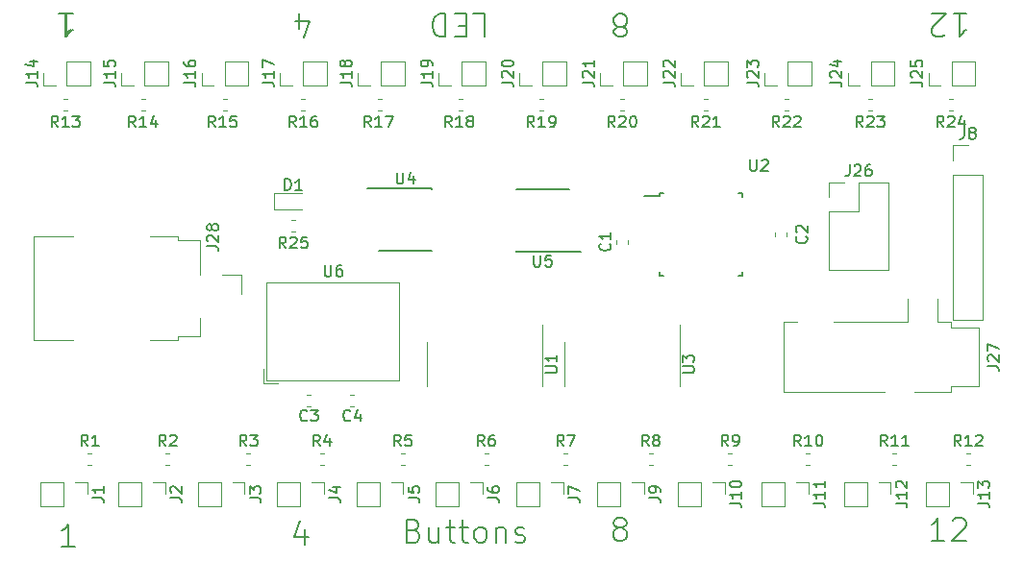
<source format=gbr>
G04 #@! TF.GenerationSoftware,KiCad,Pcbnew,5.1.5-52549c5~84~ubuntu18.04.1*
G04 #@! TF.CreationDate,2019-12-28T22:58:30-05:00*
G04 #@! TF.ProjectId,landfill_board_rev1,6c616e64-6669-46c6-9c5f-626f6172645f,rev?*
G04 #@! TF.SameCoordinates,Original*
G04 #@! TF.FileFunction,Legend,Top*
G04 #@! TF.FilePolarity,Positive*
%FSLAX46Y46*%
G04 Gerber Fmt 4.6, Leading zero omitted, Abs format (unit mm)*
G04 Created by KiCad (PCBNEW 5.1.5-52549c5~84~ubuntu18.04.1) date 2019-12-28 22:58:30*
%MOMM*%
%LPD*%
G04 APERTURE LIST*
%ADD10C,0.150000*%
%ADD11C,0.120000*%
G04 APERTURE END LIST*
D10*
X108623171Y-64144638D02*
X109766028Y-64144638D01*
X109194600Y-64144638D02*
X109194600Y-66144638D01*
X109385076Y-65858923D01*
X109575552Y-65668447D01*
X109766028Y-65573209D01*
X157873723Y-109439104D02*
X157683247Y-109343866D01*
X157588009Y-109248628D01*
X157492771Y-109058152D01*
X157492771Y-108962914D01*
X157588009Y-108772438D01*
X157683247Y-108677200D01*
X157873723Y-108581961D01*
X158254676Y-108581961D01*
X158445152Y-108677200D01*
X158540390Y-108772438D01*
X158635628Y-108962914D01*
X158635628Y-109058152D01*
X158540390Y-109248628D01*
X158445152Y-109343866D01*
X158254676Y-109439104D01*
X157873723Y-109439104D01*
X157683247Y-109534342D01*
X157588009Y-109629580D01*
X157492771Y-109820057D01*
X157492771Y-110201009D01*
X157588009Y-110391485D01*
X157683247Y-110486723D01*
X157873723Y-110581961D01*
X158254676Y-110581961D01*
X158445152Y-110486723D01*
X158540390Y-110391485D01*
X158635628Y-110201009D01*
X158635628Y-109820057D01*
X158540390Y-109629580D01*
X158445152Y-109534342D01*
X158254676Y-109439104D01*
X186613847Y-110581961D02*
X185470990Y-110581961D01*
X186042419Y-110581961D02*
X186042419Y-108581961D01*
X185851942Y-108867676D01*
X185661466Y-109058152D01*
X185470990Y-109153390D01*
X187375752Y-108772438D02*
X187470990Y-108677200D01*
X187661466Y-108581961D01*
X188137657Y-108581961D01*
X188328133Y-108677200D01*
X188423371Y-108772438D01*
X188518609Y-108962914D01*
X188518609Y-109153390D01*
X188423371Y-109439104D01*
X187280514Y-110581961D01*
X188518609Y-110581961D01*
X110045428Y-111115361D02*
X108902571Y-111115361D01*
X109474000Y-111115361D02*
X109474000Y-109115361D01*
X109283523Y-109401076D01*
X109093047Y-109591552D01*
X108902571Y-109686790D01*
X130327352Y-109604228D02*
X130327352Y-110937561D01*
X129851161Y-108842323D02*
X129374971Y-110270895D01*
X130613066Y-110270895D01*
X187426552Y-64144638D02*
X188569409Y-64144638D01*
X187997980Y-64144638D02*
X187997980Y-66144638D01*
X188188457Y-65858923D01*
X188378933Y-65668447D01*
X188569409Y-65573209D01*
X186664647Y-65954161D02*
X186569409Y-66049400D01*
X186378933Y-66144638D01*
X185902742Y-66144638D01*
X185712266Y-66049400D01*
X185617028Y-65954161D01*
X185521790Y-65763685D01*
X185521790Y-65573209D01*
X185617028Y-65287495D01*
X186759885Y-64144638D01*
X185521790Y-64144638D01*
X158280076Y-65287495D02*
X158470552Y-65382733D01*
X158565790Y-65477971D01*
X158661028Y-65668447D01*
X158661028Y-65763685D01*
X158565790Y-65954161D01*
X158470552Y-66049400D01*
X158280076Y-66144638D01*
X157899123Y-66144638D01*
X157708647Y-66049400D01*
X157613409Y-65954161D01*
X157518171Y-65763685D01*
X157518171Y-65668447D01*
X157613409Y-65477971D01*
X157708647Y-65382733D01*
X157899123Y-65287495D01*
X158280076Y-65287495D01*
X158470552Y-65192257D01*
X158565790Y-65097019D01*
X158661028Y-64906542D01*
X158661028Y-64525590D01*
X158565790Y-64335114D01*
X158470552Y-64239876D01*
X158280076Y-64144638D01*
X157899123Y-64144638D01*
X157708647Y-64239876D01*
X157613409Y-64335114D01*
X157518171Y-64525590D01*
X157518171Y-64906542D01*
X157613409Y-65097019D01*
X157708647Y-65192257D01*
X157899123Y-65287495D01*
X129768647Y-65477971D02*
X129768647Y-64144638D01*
X130244838Y-66239876D02*
X130721028Y-64811304D01*
X129482933Y-64811304D01*
X108750171Y-64144638D02*
X109893028Y-64144638D01*
X109321600Y-64144638D02*
X109321600Y-66144638D01*
X109512076Y-65858923D01*
X109702552Y-65668447D01*
X109893028Y-65573209D01*
X145151314Y-64144638D02*
X146103695Y-64144638D01*
X146103695Y-66144638D01*
X144484647Y-65192257D02*
X143817980Y-65192257D01*
X143532266Y-64144638D02*
X144484647Y-64144638D01*
X144484647Y-66144638D01*
X143532266Y-66144638D01*
X142675123Y-64144638D02*
X142675123Y-66144638D01*
X142198933Y-66144638D01*
X141913219Y-66049400D01*
X141722742Y-65858923D01*
X141627504Y-65668447D01*
X141532266Y-65287495D01*
X141532266Y-65001780D01*
X141627504Y-64620828D01*
X141722742Y-64430352D01*
X141913219Y-64239876D01*
X142198933Y-64144638D01*
X142675123Y-64144638D01*
X139900590Y-109686742D02*
X140186304Y-109781980D01*
X140281542Y-109877219D01*
X140376780Y-110067695D01*
X140376780Y-110353409D01*
X140281542Y-110543885D01*
X140186304Y-110639123D01*
X139995828Y-110734361D01*
X139233923Y-110734361D01*
X139233923Y-108734361D01*
X139900590Y-108734361D01*
X140091066Y-108829600D01*
X140186304Y-108924838D01*
X140281542Y-109115314D01*
X140281542Y-109305790D01*
X140186304Y-109496266D01*
X140091066Y-109591504D01*
X139900590Y-109686742D01*
X139233923Y-109686742D01*
X142091066Y-109401028D02*
X142091066Y-110734361D01*
X141233923Y-109401028D02*
X141233923Y-110448647D01*
X141329161Y-110639123D01*
X141519638Y-110734361D01*
X141805352Y-110734361D01*
X141995828Y-110639123D01*
X142091066Y-110543885D01*
X142757733Y-109401028D02*
X143519638Y-109401028D01*
X143043447Y-108734361D02*
X143043447Y-110448647D01*
X143138685Y-110639123D01*
X143329161Y-110734361D01*
X143519638Y-110734361D01*
X143900590Y-109401028D02*
X144662495Y-109401028D01*
X144186304Y-108734361D02*
X144186304Y-110448647D01*
X144281542Y-110639123D01*
X144472019Y-110734361D01*
X144662495Y-110734361D01*
X145614876Y-110734361D02*
X145424400Y-110639123D01*
X145329161Y-110543885D01*
X145233923Y-110353409D01*
X145233923Y-109781980D01*
X145329161Y-109591504D01*
X145424400Y-109496266D01*
X145614876Y-109401028D01*
X145900590Y-109401028D01*
X146091066Y-109496266D01*
X146186304Y-109591504D01*
X146281542Y-109781980D01*
X146281542Y-110353409D01*
X146186304Y-110543885D01*
X146091066Y-110639123D01*
X145900590Y-110734361D01*
X145614876Y-110734361D01*
X147138685Y-109401028D02*
X147138685Y-110734361D01*
X147138685Y-109591504D02*
X147233923Y-109496266D01*
X147424400Y-109401028D01*
X147710114Y-109401028D01*
X147900590Y-109496266D01*
X147995828Y-109686742D01*
X147995828Y-110734361D01*
X148852971Y-110639123D02*
X149043447Y-110734361D01*
X149424400Y-110734361D01*
X149614876Y-110639123D01*
X149710114Y-110448647D01*
X149710114Y-110353409D01*
X149614876Y-110162933D01*
X149424400Y-110067695D01*
X149138685Y-110067695D01*
X148948209Y-109972457D01*
X148852971Y-109781980D01*
X148852971Y-109686742D01*
X148948209Y-109496266D01*
X149138685Y-109401028D01*
X149424400Y-109401028D01*
X149614876Y-109496266D01*
X148931600Y-85121400D02*
X148931600Y-85021400D01*
X148906600Y-79596400D02*
X148906600Y-79621400D01*
X153556600Y-79596400D02*
X153556600Y-79621400D01*
X154631600Y-85121400D02*
X148931600Y-85121400D01*
X153556600Y-79596400D02*
X148906600Y-79596400D01*
D11*
X124724400Y-87125800D02*
X124724400Y-88865800D01*
X122984400Y-87125800D02*
X124724400Y-87125800D01*
X119084400Y-92915800D02*
X116634400Y-92915800D01*
X119084400Y-92515800D02*
X119084400Y-92915800D01*
X121084400Y-92515800D02*
X119084400Y-92515800D01*
X121084400Y-90915800D02*
X121084400Y-92515800D01*
X121084400Y-84115800D02*
X121084400Y-87115800D01*
X119084400Y-84115800D02*
X121084400Y-84115800D01*
X119084400Y-83715800D02*
X119084400Y-84115800D01*
X116634400Y-83715800D02*
X119084400Y-83715800D01*
X106384400Y-83715800D02*
X109934400Y-83715800D01*
X106384400Y-92915800D02*
X106384400Y-83715800D01*
X109934400Y-92915800D02*
X106384400Y-92915800D01*
X185223600Y-70427400D02*
X185223600Y-69367400D01*
X186283600Y-70427400D02*
X185223600Y-70427400D01*
X187283600Y-70427400D02*
X187283600Y-68307400D01*
X187283600Y-68307400D02*
X189343600Y-68307400D01*
X187283600Y-70427400D02*
X189343600Y-70427400D01*
X189343600Y-70427400D02*
X189343600Y-68307400D01*
X178111600Y-70427400D02*
X178111600Y-69367400D01*
X179171600Y-70427400D02*
X178111600Y-70427400D01*
X180171600Y-70427400D02*
X180171600Y-68307400D01*
X180171600Y-68307400D02*
X182231600Y-68307400D01*
X180171600Y-70427400D02*
X182231600Y-70427400D01*
X182231600Y-70427400D02*
X182231600Y-68307400D01*
X170777600Y-70427400D02*
X170777600Y-69367400D01*
X171837600Y-70427400D02*
X170777600Y-70427400D01*
X172837600Y-70427400D02*
X172837600Y-68307400D01*
X172837600Y-68307400D02*
X174897600Y-68307400D01*
X172837600Y-70427400D02*
X174897600Y-70427400D01*
X174897600Y-70427400D02*
X174897600Y-68307400D01*
X163411600Y-70427400D02*
X163411600Y-69367400D01*
X164471600Y-70427400D02*
X163411600Y-70427400D01*
X165471600Y-70427400D02*
X165471600Y-68307400D01*
X165471600Y-68307400D02*
X167531600Y-68307400D01*
X165471600Y-70427400D02*
X167531600Y-70427400D01*
X167531600Y-70427400D02*
X167531600Y-68307400D01*
X156299600Y-70427400D02*
X156299600Y-69367400D01*
X157359600Y-70427400D02*
X156299600Y-70427400D01*
X158359600Y-70427400D02*
X158359600Y-68307400D01*
X158359600Y-68307400D02*
X160419600Y-68307400D01*
X158359600Y-70427400D02*
X160419600Y-70427400D01*
X160419600Y-70427400D02*
X160419600Y-68307400D01*
X149187600Y-70427400D02*
X149187600Y-69367400D01*
X150247600Y-70427400D02*
X149187600Y-70427400D01*
X151247600Y-70427400D02*
X151247600Y-68307400D01*
X151247600Y-68307400D02*
X153307600Y-68307400D01*
X151247600Y-70427400D02*
X153307600Y-70427400D01*
X153307600Y-70427400D02*
X153307600Y-68307400D01*
X142075600Y-70427400D02*
X142075600Y-69367400D01*
X143135600Y-70427400D02*
X142075600Y-70427400D01*
X144135600Y-70427400D02*
X144135600Y-68307400D01*
X144135600Y-68307400D02*
X146195600Y-68307400D01*
X144135600Y-70427400D02*
X146195600Y-70427400D01*
X146195600Y-70427400D02*
X146195600Y-68307400D01*
X134963600Y-70427400D02*
X134963600Y-69367400D01*
X136023600Y-70427400D02*
X134963600Y-70427400D01*
X137023600Y-70427400D02*
X137023600Y-68307400D01*
X137023600Y-68307400D02*
X139083600Y-68307400D01*
X137023600Y-70427400D02*
X139083600Y-70427400D01*
X139083600Y-70427400D02*
X139083600Y-68307400D01*
X128105600Y-70427400D02*
X128105600Y-69367400D01*
X129165600Y-70427400D02*
X128105600Y-70427400D01*
X130165600Y-70427400D02*
X130165600Y-68307400D01*
X130165600Y-68307400D02*
X132225600Y-68307400D01*
X130165600Y-70427400D02*
X132225600Y-70427400D01*
X132225600Y-70427400D02*
X132225600Y-68307400D01*
X121215600Y-70427400D02*
X121215600Y-69367400D01*
X122275600Y-70427400D02*
X121215600Y-70427400D01*
X123275600Y-70427400D02*
X123275600Y-68307400D01*
X123275600Y-68307400D02*
X125335600Y-68307400D01*
X123275600Y-70427400D02*
X125335600Y-70427400D01*
X125335600Y-70427400D02*
X125335600Y-68307400D01*
X114135600Y-70427400D02*
X114135600Y-69367400D01*
X115195600Y-70427400D02*
X114135600Y-70427400D01*
X116195600Y-70427400D02*
X116195600Y-68307400D01*
X116195600Y-68307400D02*
X118255600Y-68307400D01*
X116195600Y-70427400D02*
X118255600Y-70427400D01*
X118255600Y-70427400D02*
X118255600Y-68307400D01*
X107277600Y-70427400D02*
X107277600Y-69367400D01*
X108337600Y-70427400D02*
X107277600Y-70427400D01*
X109337600Y-70427400D02*
X109337600Y-68307400D01*
X109337600Y-68307400D02*
X111397600Y-68307400D01*
X109337600Y-70427400D02*
X111397600Y-70427400D01*
X111397600Y-70427400D02*
X111397600Y-68307400D01*
X189121600Y-105391400D02*
X189121600Y-106451400D01*
X188061600Y-105391400D02*
X189121600Y-105391400D01*
X187061600Y-105391400D02*
X187061600Y-107511400D01*
X187061600Y-107511400D02*
X185001600Y-107511400D01*
X187061600Y-105391400D02*
X185001600Y-105391400D01*
X185001600Y-105391400D02*
X185001600Y-107511400D01*
X181882600Y-105391400D02*
X181882600Y-106451400D01*
X180822600Y-105391400D02*
X181882600Y-105391400D01*
X179822600Y-105391400D02*
X179822600Y-107511400D01*
X179822600Y-107511400D02*
X177762600Y-107511400D01*
X179822600Y-105391400D02*
X177762600Y-105391400D01*
X177762600Y-105391400D02*
X177762600Y-107511400D01*
X174643600Y-105391400D02*
X174643600Y-106451400D01*
X173583600Y-105391400D02*
X174643600Y-105391400D01*
X172583600Y-105391400D02*
X172583600Y-107511400D01*
X172583600Y-107511400D02*
X170523600Y-107511400D01*
X172583600Y-105391400D02*
X170523600Y-105391400D01*
X170523600Y-105391400D02*
X170523600Y-107511400D01*
X167277600Y-105391400D02*
X167277600Y-106451400D01*
X166217600Y-105391400D02*
X167277600Y-105391400D01*
X165217600Y-105391400D02*
X165217600Y-107511400D01*
X165217600Y-107511400D02*
X163157600Y-107511400D01*
X165217600Y-105391400D02*
X163157600Y-105391400D01*
X163157600Y-105391400D02*
X163157600Y-107511400D01*
X160165600Y-105391400D02*
X160165600Y-106451400D01*
X159105600Y-105391400D02*
X160165600Y-105391400D01*
X158105600Y-105391400D02*
X158105600Y-107511400D01*
X158105600Y-107511400D02*
X156045600Y-107511400D01*
X158105600Y-105391400D02*
X156045600Y-105391400D01*
X156045600Y-105391400D02*
X156045600Y-107511400D01*
X153053600Y-105391400D02*
X153053600Y-106451400D01*
X151993600Y-105391400D02*
X153053600Y-105391400D01*
X150993600Y-105391400D02*
X150993600Y-107511400D01*
X150993600Y-107511400D02*
X148933600Y-107511400D01*
X150993600Y-105391400D02*
X148933600Y-105391400D01*
X148933600Y-105391400D02*
X148933600Y-107511400D01*
X145941600Y-105391400D02*
X145941600Y-106451400D01*
X144881600Y-105391400D02*
X145941600Y-105391400D01*
X143881600Y-105391400D02*
X143881600Y-107511400D01*
X143881600Y-107511400D02*
X141821600Y-107511400D01*
X143881600Y-105391400D02*
X141821600Y-105391400D01*
X141821600Y-105391400D02*
X141821600Y-107511400D01*
X138956600Y-105391400D02*
X138956600Y-106451400D01*
X137896600Y-105391400D02*
X138956600Y-105391400D01*
X136896600Y-105391400D02*
X136896600Y-107511400D01*
X136896600Y-107511400D02*
X134836600Y-107511400D01*
X136896600Y-105391400D02*
X134836600Y-105391400D01*
X134836600Y-105391400D02*
X134836600Y-107511400D01*
X131971600Y-105391400D02*
X131971600Y-106451400D01*
X130911600Y-105391400D02*
X131971600Y-105391400D01*
X129911600Y-105391400D02*
X129911600Y-107511400D01*
X129911600Y-107511400D02*
X127851600Y-107511400D01*
X129911600Y-105391400D02*
X127851600Y-105391400D01*
X127851600Y-105391400D02*
X127851600Y-107511400D01*
X124986600Y-105391400D02*
X124986600Y-106451400D01*
X123926600Y-105391400D02*
X124986600Y-105391400D01*
X122926600Y-105391400D02*
X122926600Y-107511400D01*
X122926600Y-107511400D02*
X120866600Y-107511400D01*
X122926600Y-105391400D02*
X120866600Y-105391400D01*
X120866600Y-105391400D02*
X120866600Y-107511400D01*
X118001600Y-105391400D02*
X118001600Y-106451400D01*
X116941600Y-105391400D02*
X118001600Y-105391400D01*
X115941600Y-105391400D02*
X115941600Y-107511400D01*
X115941600Y-107511400D02*
X113881600Y-107511400D01*
X115941600Y-105391400D02*
X113881600Y-105391400D01*
X113881600Y-105391400D02*
X113881600Y-107511400D01*
X111143600Y-105391400D02*
X111143600Y-106451400D01*
X110083600Y-105391400D02*
X111143600Y-105391400D01*
X109083600Y-105391400D02*
X109083600Y-107511400D01*
X109083600Y-107511400D02*
X107023600Y-107511400D01*
X109083600Y-105391400D02*
X107023600Y-105391400D01*
X107023600Y-105391400D02*
X107023600Y-107511400D01*
X183376600Y-91286400D02*
X183376600Y-89286400D01*
X185976600Y-91286400D02*
X185976600Y-89286400D01*
X176876600Y-91286400D02*
X183376600Y-91286400D01*
X172476600Y-91286400D02*
X173676600Y-91286400D01*
X172476600Y-97486400D02*
X172476600Y-91286400D01*
X181376600Y-97486400D02*
X172476600Y-97486400D01*
X187176600Y-97486400D02*
X183976600Y-97486400D01*
X187176600Y-96986400D02*
X187176600Y-97486400D01*
X189676600Y-96986400D02*
X187176600Y-96986400D01*
X189676600Y-91786400D02*
X189676600Y-96986400D01*
X187176600Y-91786400D02*
X189676600Y-91786400D01*
X187176600Y-91286400D02*
X187176600Y-91786400D01*
X185976600Y-91286400D02*
X187176600Y-91286400D01*
X158726600Y-84397667D02*
X158726600Y-84055133D01*
X157706600Y-84397667D02*
X157706600Y-84055133D01*
X171676600Y-83762667D02*
X171676600Y-83420133D01*
X172696600Y-83762667D02*
X172696600Y-83420133D01*
X130500333Y-97686400D02*
X130842867Y-97686400D01*
X130500333Y-98706400D02*
X130842867Y-98706400D01*
X134652867Y-97686400D02*
X134310333Y-97686400D01*
X134652867Y-98706400D02*
X134310333Y-98706400D01*
X130060600Y-79935400D02*
X127600600Y-79935400D01*
X127600600Y-79935400D02*
X127600600Y-81405400D01*
X127600600Y-81405400D02*
X130060600Y-81405400D01*
X111538867Y-103913400D02*
X111196333Y-103913400D01*
X111538867Y-102893400D02*
X111196333Y-102893400D01*
X118396867Y-103913400D02*
X118054333Y-103913400D01*
X118396867Y-102893400D02*
X118054333Y-102893400D01*
X125508867Y-103913400D02*
X125166333Y-103913400D01*
X125508867Y-102893400D02*
X125166333Y-102893400D01*
X131985867Y-103913400D02*
X131643333Y-103913400D01*
X131985867Y-102893400D02*
X131643333Y-102893400D01*
X139097867Y-103913400D02*
X138755333Y-103913400D01*
X139097867Y-102893400D02*
X138755333Y-102893400D01*
X146449867Y-103913400D02*
X146107333Y-103913400D01*
X146449867Y-102893400D02*
X146107333Y-102893400D01*
X153448867Y-102893400D02*
X153106333Y-102893400D01*
X153448867Y-103913400D02*
X153106333Y-103913400D01*
X160927867Y-102893400D02*
X160585333Y-102893400D01*
X160927867Y-103913400D02*
X160585333Y-103913400D01*
X167926867Y-102893400D02*
X167584333Y-102893400D01*
X167926867Y-103913400D02*
X167584333Y-103913400D01*
X174784867Y-102893400D02*
X174442333Y-102893400D01*
X174784867Y-103913400D02*
X174442333Y-103913400D01*
X182390867Y-102893400D02*
X182048333Y-102893400D01*
X182390867Y-103913400D02*
X182048333Y-103913400D01*
X188881867Y-103913400D02*
X188539333Y-103913400D01*
X188881867Y-102893400D02*
X188539333Y-102893400D01*
X109037333Y-71651400D02*
X109379867Y-71651400D01*
X109037333Y-72671400D02*
X109379867Y-72671400D01*
X115867333Y-71651400D02*
X116209867Y-71651400D01*
X115867333Y-72671400D02*
X116209867Y-72671400D01*
X123120333Y-71651400D02*
X123462867Y-71651400D01*
X123120333Y-72671400D02*
X123462867Y-72671400D01*
X129978333Y-71651400D02*
X130320867Y-71651400D01*
X129978333Y-72671400D02*
X130320867Y-72671400D01*
X136723333Y-71651400D02*
X137065867Y-71651400D01*
X136723333Y-72671400D02*
X137065867Y-72671400D01*
X143835333Y-72671400D02*
X144177867Y-72671400D01*
X143835333Y-71651400D02*
X144177867Y-71651400D01*
X150947333Y-72671400D02*
X151289867Y-72671400D01*
X150947333Y-71651400D02*
X151289867Y-71651400D01*
X158059333Y-72671400D02*
X158401867Y-72671400D01*
X158059333Y-71651400D02*
X158401867Y-71651400D01*
X165425333Y-72671400D02*
X165767867Y-72671400D01*
X165425333Y-71651400D02*
X165767867Y-71651400D01*
X172537333Y-72671400D02*
X172879867Y-72671400D01*
X172537333Y-71651400D02*
X172879867Y-71651400D01*
X179903333Y-72671400D02*
X180245867Y-72671400D01*
X179903333Y-71651400D02*
X180245867Y-71651400D01*
X187015333Y-72671400D02*
X187357867Y-72671400D01*
X187015333Y-71651400D02*
X187357867Y-71651400D01*
X129445867Y-83339400D02*
X129103333Y-83339400D01*
X129445867Y-82319400D02*
X129103333Y-82319400D01*
X141091600Y-95021400D02*
X141091600Y-96971400D01*
X141091600Y-95021400D02*
X141091600Y-93071400D01*
X151211600Y-95021400D02*
X151211600Y-96971400D01*
X151211600Y-95021400D02*
X151211600Y-91571400D01*
D10*
X161576600Y-79966400D02*
X161576600Y-80191400D01*
X168826600Y-79966400D02*
X168826600Y-80291400D01*
X168826600Y-87216400D02*
X168826600Y-86891400D01*
X161576600Y-87216400D02*
X161576600Y-86891400D01*
X161576600Y-79966400D02*
X161901600Y-79966400D01*
X161576600Y-87216400D02*
X161901600Y-87216400D01*
X168826600Y-87216400D02*
X168501600Y-87216400D01*
X168826600Y-79966400D02*
X168501600Y-79966400D01*
X161576600Y-80191400D02*
X160151600Y-80191400D01*
D11*
X163276600Y-95021400D02*
X163276600Y-91571400D01*
X163276600Y-95021400D02*
X163276600Y-96971400D01*
X153156600Y-95021400D02*
X153156600Y-93071400D01*
X153156600Y-95021400D02*
X153156600Y-96971400D01*
D10*
X136841600Y-85046400D02*
X141491600Y-85046400D01*
X135766600Y-79521400D02*
X141466600Y-79521400D01*
X136841600Y-85046400D02*
X136841600Y-85021400D01*
X141491600Y-85046400D02*
X141491600Y-85021400D01*
X141466600Y-79521400D02*
X141466600Y-79621400D01*
D11*
X126905600Y-87826400D02*
X138626600Y-87826400D01*
X126905600Y-96446400D02*
X138626600Y-96446400D01*
X126905600Y-87826400D02*
X126905600Y-96446400D01*
X138626600Y-87826400D02*
X138626600Y-96446400D01*
X126665600Y-95446400D02*
X126665600Y-96686400D01*
X126665600Y-96686400D02*
X127905600Y-96686400D01*
X187366600Y-91081400D02*
X190026600Y-91081400D01*
X187366600Y-78321400D02*
X187366600Y-91081400D01*
X190026600Y-78321400D02*
X190026600Y-91081400D01*
X187366600Y-78321400D02*
X190026600Y-78321400D01*
X187366600Y-77051400D02*
X187366600Y-75721400D01*
X187366600Y-75721400D02*
X188696600Y-75721400D01*
X176476600Y-86731400D02*
X181676600Y-86731400D01*
X176476600Y-81591400D02*
X176476600Y-86731400D01*
X181676600Y-78991400D02*
X181676600Y-86731400D01*
X176476600Y-81591400D02*
X179076600Y-81591400D01*
X179076600Y-81591400D02*
X179076600Y-78991400D01*
X179076600Y-78991400D02*
X181676600Y-78991400D01*
X176476600Y-80321400D02*
X176476600Y-78991400D01*
X176476600Y-78991400D02*
X177806600Y-78991400D01*
D10*
X150469695Y-85423780D02*
X150469695Y-86233304D01*
X150517314Y-86328542D01*
X150564933Y-86376161D01*
X150660171Y-86423780D01*
X150850647Y-86423780D01*
X150945885Y-86376161D01*
X150993504Y-86328542D01*
X151041123Y-86233304D01*
X151041123Y-85423780D01*
X151993504Y-85423780D02*
X151517314Y-85423780D01*
X151469695Y-85899971D01*
X151517314Y-85852352D01*
X151612552Y-85804733D01*
X151850647Y-85804733D01*
X151945885Y-85852352D01*
X151993504Y-85899971D01*
X152041123Y-85995209D01*
X152041123Y-86233304D01*
X151993504Y-86328542D01*
X151945885Y-86376161D01*
X151850647Y-86423780D01*
X151612552Y-86423780D01*
X151517314Y-86376161D01*
X151469695Y-86328542D01*
X121686780Y-84625323D02*
X122401066Y-84625323D01*
X122543923Y-84672942D01*
X122639161Y-84768180D01*
X122686780Y-84911038D01*
X122686780Y-85006276D01*
X121782019Y-84196752D02*
X121734400Y-84149133D01*
X121686780Y-84053895D01*
X121686780Y-83815800D01*
X121734400Y-83720561D01*
X121782019Y-83672942D01*
X121877257Y-83625323D01*
X121972495Y-83625323D01*
X122115352Y-83672942D01*
X122686780Y-84244371D01*
X122686780Y-83625323D01*
X122115352Y-83053895D02*
X122067733Y-83149133D01*
X122020114Y-83196752D01*
X121924876Y-83244371D01*
X121877257Y-83244371D01*
X121782019Y-83196752D01*
X121734400Y-83149133D01*
X121686780Y-83053895D01*
X121686780Y-82863419D01*
X121734400Y-82768180D01*
X121782019Y-82720561D01*
X121877257Y-82672942D01*
X121924876Y-82672942D01*
X122020114Y-82720561D01*
X122067733Y-82768180D01*
X122115352Y-82863419D01*
X122115352Y-83053895D01*
X122162971Y-83149133D01*
X122210590Y-83196752D01*
X122305828Y-83244371D01*
X122496304Y-83244371D01*
X122591542Y-83196752D01*
X122639161Y-83149133D01*
X122686780Y-83053895D01*
X122686780Y-82863419D01*
X122639161Y-82768180D01*
X122591542Y-82720561D01*
X122496304Y-82672942D01*
X122305828Y-82672942D01*
X122210590Y-82720561D01*
X122162971Y-82768180D01*
X122115352Y-82863419D01*
X183675980Y-70176923D02*
X184390266Y-70176923D01*
X184533123Y-70224542D01*
X184628361Y-70319780D01*
X184675980Y-70462638D01*
X184675980Y-70557876D01*
X183771219Y-69748352D02*
X183723600Y-69700733D01*
X183675980Y-69605495D01*
X183675980Y-69367400D01*
X183723600Y-69272161D01*
X183771219Y-69224542D01*
X183866457Y-69176923D01*
X183961695Y-69176923D01*
X184104552Y-69224542D01*
X184675980Y-69795971D01*
X184675980Y-69176923D01*
X183675980Y-68272161D02*
X183675980Y-68748352D01*
X184152171Y-68795971D01*
X184104552Y-68748352D01*
X184056933Y-68653114D01*
X184056933Y-68415019D01*
X184104552Y-68319780D01*
X184152171Y-68272161D01*
X184247409Y-68224542D01*
X184485504Y-68224542D01*
X184580742Y-68272161D01*
X184628361Y-68319780D01*
X184675980Y-68415019D01*
X184675980Y-68653114D01*
X184628361Y-68748352D01*
X184580742Y-68795971D01*
X176563980Y-70176923D02*
X177278266Y-70176923D01*
X177421123Y-70224542D01*
X177516361Y-70319780D01*
X177563980Y-70462638D01*
X177563980Y-70557876D01*
X176659219Y-69748352D02*
X176611600Y-69700733D01*
X176563980Y-69605495D01*
X176563980Y-69367400D01*
X176611600Y-69272161D01*
X176659219Y-69224542D01*
X176754457Y-69176923D01*
X176849695Y-69176923D01*
X176992552Y-69224542D01*
X177563980Y-69795971D01*
X177563980Y-69176923D01*
X176897314Y-68319780D02*
X177563980Y-68319780D01*
X176516361Y-68557876D02*
X177230647Y-68795971D01*
X177230647Y-68176923D01*
X169229980Y-70176923D02*
X169944266Y-70176923D01*
X170087123Y-70224542D01*
X170182361Y-70319780D01*
X170229980Y-70462638D01*
X170229980Y-70557876D01*
X169325219Y-69748352D02*
X169277600Y-69700733D01*
X169229980Y-69605495D01*
X169229980Y-69367400D01*
X169277600Y-69272161D01*
X169325219Y-69224542D01*
X169420457Y-69176923D01*
X169515695Y-69176923D01*
X169658552Y-69224542D01*
X170229980Y-69795971D01*
X170229980Y-69176923D01*
X169229980Y-68843590D02*
X169229980Y-68224542D01*
X169610933Y-68557876D01*
X169610933Y-68415019D01*
X169658552Y-68319780D01*
X169706171Y-68272161D01*
X169801409Y-68224542D01*
X170039504Y-68224542D01*
X170134742Y-68272161D01*
X170182361Y-68319780D01*
X170229980Y-68415019D01*
X170229980Y-68700733D01*
X170182361Y-68795971D01*
X170134742Y-68843590D01*
X161863980Y-70176923D02*
X162578266Y-70176923D01*
X162721123Y-70224542D01*
X162816361Y-70319780D01*
X162863980Y-70462638D01*
X162863980Y-70557876D01*
X161959219Y-69748352D02*
X161911600Y-69700733D01*
X161863980Y-69605495D01*
X161863980Y-69367400D01*
X161911600Y-69272161D01*
X161959219Y-69224542D01*
X162054457Y-69176923D01*
X162149695Y-69176923D01*
X162292552Y-69224542D01*
X162863980Y-69795971D01*
X162863980Y-69176923D01*
X161959219Y-68795971D02*
X161911600Y-68748352D01*
X161863980Y-68653114D01*
X161863980Y-68415019D01*
X161911600Y-68319780D01*
X161959219Y-68272161D01*
X162054457Y-68224542D01*
X162149695Y-68224542D01*
X162292552Y-68272161D01*
X162863980Y-68843590D01*
X162863980Y-68224542D01*
X154751980Y-70176923D02*
X155466266Y-70176923D01*
X155609123Y-70224542D01*
X155704361Y-70319780D01*
X155751980Y-70462638D01*
X155751980Y-70557876D01*
X154847219Y-69748352D02*
X154799600Y-69700733D01*
X154751980Y-69605495D01*
X154751980Y-69367400D01*
X154799600Y-69272161D01*
X154847219Y-69224542D01*
X154942457Y-69176923D01*
X155037695Y-69176923D01*
X155180552Y-69224542D01*
X155751980Y-69795971D01*
X155751980Y-69176923D01*
X155751980Y-68224542D02*
X155751980Y-68795971D01*
X155751980Y-68510257D02*
X154751980Y-68510257D01*
X154894838Y-68605495D01*
X154990076Y-68700733D01*
X155037695Y-68795971D01*
X147639980Y-70176923D02*
X148354266Y-70176923D01*
X148497123Y-70224542D01*
X148592361Y-70319780D01*
X148639980Y-70462638D01*
X148639980Y-70557876D01*
X147735219Y-69748352D02*
X147687600Y-69700733D01*
X147639980Y-69605495D01*
X147639980Y-69367400D01*
X147687600Y-69272161D01*
X147735219Y-69224542D01*
X147830457Y-69176923D01*
X147925695Y-69176923D01*
X148068552Y-69224542D01*
X148639980Y-69795971D01*
X148639980Y-69176923D01*
X147639980Y-68557876D02*
X147639980Y-68462638D01*
X147687600Y-68367400D01*
X147735219Y-68319780D01*
X147830457Y-68272161D01*
X148020933Y-68224542D01*
X148259028Y-68224542D01*
X148449504Y-68272161D01*
X148544742Y-68319780D01*
X148592361Y-68367400D01*
X148639980Y-68462638D01*
X148639980Y-68557876D01*
X148592361Y-68653114D01*
X148544742Y-68700733D01*
X148449504Y-68748352D01*
X148259028Y-68795971D01*
X148020933Y-68795971D01*
X147830457Y-68748352D01*
X147735219Y-68700733D01*
X147687600Y-68653114D01*
X147639980Y-68557876D01*
X140527980Y-70176923D02*
X141242266Y-70176923D01*
X141385123Y-70224542D01*
X141480361Y-70319780D01*
X141527980Y-70462638D01*
X141527980Y-70557876D01*
X141527980Y-69176923D02*
X141527980Y-69748352D01*
X141527980Y-69462638D02*
X140527980Y-69462638D01*
X140670838Y-69557876D01*
X140766076Y-69653114D01*
X140813695Y-69748352D01*
X141527980Y-68700733D02*
X141527980Y-68510257D01*
X141480361Y-68415019D01*
X141432742Y-68367400D01*
X141289885Y-68272161D01*
X141099409Y-68224542D01*
X140718457Y-68224542D01*
X140623219Y-68272161D01*
X140575600Y-68319780D01*
X140527980Y-68415019D01*
X140527980Y-68605495D01*
X140575600Y-68700733D01*
X140623219Y-68748352D01*
X140718457Y-68795971D01*
X140956552Y-68795971D01*
X141051790Y-68748352D01*
X141099409Y-68700733D01*
X141147028Y-68605495D01*
X141147028Y-68415019D01*
X141099409Y-68319780D01*
X141051790Y-68272161D01*
X140956552Y-68224542D01*
X133415980Y-70176923D02*
X134130266Y-70176923D01*
X134273123Y-70224542D01*
X134368361Y-70319780D01*
X134415980Y-70462638D01*
X134415980Y-70557876D01*
X134415980Y-69176923D02*
X134415980Y-69748352D01*
X134415980Y-69462638D02*
X133415980Y-69462638D01*
X133558838Y-69557876D01*
X133654076Y-69653114D01*
X133701695Y-69748352D01*
X133844552Y-68605495D02*
X133796933Y-68700733D01*
X133749314Y-68748352D01*
X133654076Y-68795971D01*
X133606457Y-68795971D01*
X133511219Y-68748352D01*
X133463600Y-68700733D01*
X133415980Y-68605495D01*
X133415980Y-68415019D01*
X133463600Y-68319780D01*
X133511219Y-68272161D01*
X133606457Y-68224542D01*
X133654076Y-68224542D01*
X133749314Y-68272161D01*
X133796933Y-68319780D01*
X133844552Y-68415019D01*
X133844552Y-68605495D01*
X133892171Y-68700733D01*
X133939790Y-68748352D01*
X134035028Y-68795971D01*
X134225504Y-68795971D01*
X134320742Y-68748352D01*
X134368361Y-68700733D01*
X134415980Y-68605495D01*
X134415980Y-68415019D01*
X134368361Y-68319780D01*
X134320742Y-68272161D01*
X134225504Y-68224542D01*
X134035028Y-68224542D01*
X133939790Y-68272161D01*
X133892171Y-68319780D01*
X133844552Y-68415019D01*
X126557980Y-70176923D02*
X127272266Y-70176923D01*
X127415123Y-70224542D01*
X127510361Y-70319780D01*
X127557980Y-70462638D01*
X127557980Y-70557876D01*
X127557980Y-69176923D02*
X127557980Y-69748352D01*
X127557980Y-69462638D02*
X126557980Y-69462638D01*
X126700838Y-69557876D01*
X126796076Y-69653114D01*
X126843695Y-69748352D01*
X126557980Y-68843590D02*
X126557980Y-68176923D01*
X127557980Y-68605495D01*
X119667980Y-70176923D02*
X120382266Y-70176923D01*
X120525123Y-70224542D01*
X120620361Y-70319780D01*
X120667980Y-70462638D01*
X120667980Y-70557876D01*
X120667980Y-69176923D02*
X120667980Y-69748352D01*
X120667980Y-69462638D02*
X119667980Y-69462638D01*
X119810838Y-69557876D01*
X119906076Y-69653114D01*
X119953695Y-69748352D01*
X119667980Y-68319780D02*
X119667980Y-68510257D01*
X119715600Y-68605495D01*
X119763219Y-68653114D01*
X119906076Y-68748352D01*
X120096552Y-68795971D01*
X120477504Y-68795971D01*
X120572742Y-68748352D01*
X120620361Y-68700733D01*
X120667980Y-68605495D01*
X120667980Y-68415019D01*
X120620361Y-68319780D01*
X120572742Y-68272161D01*
X120477504Y-68224542D01*
X120239409Y-68224542D01*
X120144171Y-68272161D01*
X120096552Y-68319780D01*
X120048933Y-68415019D01*
X120048933Y-68605495D01*
X120096552Y-68700733D01*
X120144171Y-68748352D01*
X120239409Y-68795971D01*
X112587980Y-70176923D02*
X113302266Y-70176923D01*
X113445123Y-70224542D01*
X113540361Y-70319780D01*
X113587980Y-70462638D01*
X113587980Y-70557876D01*
X113587980Y-69176923D02*
X113587980Y-69748352D01*
X113587980Y-69462638D02*
X112587980Y-69462638D01*
X112730838Y-69557876D01*
X112826076Y-69653114D01*
X112873695Y-69748352D01*
X112587980Y-68272161D02*
X112587980Y-68748352D01*
X113064171Y-68795971D01*
X113016552Y-68748352D01*
X112968933Y-68653114D01*
X112968933Y-68415019D01*
X113016552Y-68319780D01*
X113064171Y-68272161D01*
X113159409Y-68224542D01*
X113397504Y-68224542D01*
X113492742Y-68272161D01*
X113540361Y-68319780D01*
X113587980Y-68415019D01*
X113587980Y-68653114D01*
X113540361Y-68748352D01*
X113492742Y-68795971D01*
X105729980Y-70176923D02*
X106444266Y-70176923D01*
X106587123Y-70224542D01*
X106682361Y-70319780D01*
X106729980Y-70462638D01*
X106729980Y-70557876D01*
X106729980Y-69176923D02*
X106729980Y-69748352D01*
X106729980Y-69462638D02*
X105729980Y-69462638D01*
X105872838Y-69557876D01*
X105968076Y-69653114D01*
X106015695Y-69748352D01*
X106063314Y-68319780D02*
X106729980Y-68319780D01*
X105682361Y-68557876D02*
X106396647Y-68795971D01*
X106396647Y-68176923D01*
X189573980Y-107260923D02*
X190288266Y-107260923D01*
X190431123Y-107308542D01*
X190526361Y-107403780D01*
X190573980Y-107546638D01*
X190573980Y-107641876D01*
X190573980Y-106260923D02*
X190573980Y-106832352D01*
X190573980Y-106546638D02*
X189573980Y-106546638D01*
X189716838Y-106641876D01*
X189812076Y-106737114D01*
X189859695Y-106832352D01*
X189573980Y-105927590D02*
X189573980Y-105308542D01*
X189954933Y-105641876D01*
X189954933Y-105499019D01*
X190002552Y-105403780D01*
X190050171Y-105356161D01*
X190145409Y-105308542D01*
X190383504Y-105308542D01*
X190478742Y-105356161D01*
X190526361Y-105403780D01*
X190573980Y-105499019D01*
X190573980Y-105784733D01*
X190526361Y-105879971D01*
X190478742Y-105927590D01*
X182334980Y-107260923D02*
X183049266Y-107260923D01*
X183192123Y-107308542D01*
X183287361Y-107403780D01*
X183334980Y-107546638D01*
X183334980Y-107641876D01*
X183334980Y-106260923D02*
X183334980Y-106832352D01*
X183334980Y-106546638D02*
X182334980Y-106546638D01*
X182477838Y-106641876D01*
X182573076Y-106737114D01*
X182620695Y-106832352D01*
X182430219Y-105879971D02*
X182382600Y-105832352D01*
X182334980Y-105737114D01*
X182334980Y-105499019D01*
X182382600Y-105403780D01*
X182430219Y-105356161D01*
X182525457Y-105308542D01*
X182620695Y-105308542D01*
X182763552Y-105356161D01*
X183334980Y-105927590D01*
X183334980Y-105308542D01*
X175095980Y-107260923D02*
X175810266Y-107260923D01*
X175953123Y-107308542D01*
X176048361Y-107403780D01*
X176095980Y-107546638D01*
X176095980Y-107641876D01*
X176095980Y-106260923D02*
X176095980Y-106832352D01*
X176095980Y-106546638D02*
X175095980Y-106546638D01*
X175238838Y-106641876D01*
X175334076Y-106737114D01*
X175381695Y-106832352D01*
X176095980Y-105308542D02*
X176095980Y-105879971D01*
X176095980Y-105594257D02*
X175095980Y-105594257D01*
X175238838Y-105689495D01*
X175334076Y-105784733D01*
X175381695Y-105879971D01*
X167729980Y-107260923D02*
X168444266Y-107260923D01*
X168587123Y-107308542D01*
X168682361Y-107403780D01*
X168729980Y-107546638D01*
X168729980Y-107641876D01*
X168729980Y-106260923D02*
X168729980Y-106832352D01*
X168729980Y-106546638D02*
X167729980Y-106546638D01*
X167872838Y-106641876D01*
X167968076Y-106737114D01*
X168015695Y-106832352D01*
X167729980Y-105641876D02*
X167729980Y-105546638D01*
X167777600Y-105451400D01*
X167825219Y-105403780D01*
X167920457Y-105356161D01*
X168110933Y-105308542D01*
X168349028Y-105308542D01*
X168539504Y-105356161D01*
X168634742Y-105403780D01*
X168682361Y-105451400D01*
X168729980Y-105546638D01*
X168729980Y-105641876D01*
X168682361Y-105737114D01*
X168634742Y-105784733D01*
X168539504Y-105832352D01*
X168349028Y-105879971D01*
X168110933Y-105879971D01*
X167920457Y-105832352D01*
X167825219Y-105784733D01*
X167777600Y-105737114D01*
X167729980Y-105641876D01*
X160617980Y-106784733D02*
X161332266Y-106784733D01*
X161475123Y-106832352D01*
X161570361Y-106927590D01*
X161617980Y-107070447D01*
X161617980Y-107165685D01*
X161617980Y-106260923D02*
X161617980Y-106070447D01*
X161570361Y-105975209D01*
X161522742Y-105927590D01*
X161379885Y-105832352D01*
X161189409Y-105784733D01*
X160808457Y-105784733D01*
X160713219Y-105832352D01*
X160665600Y-105879971D01*
X160617980Y-105975209D01*
X160617980Y-106165685D01*
X160665600Y-106260923D01*
X160713219Y-106308542D01*
X160808457Y-106356161D01*
X161046552Y-106356161D01*
X161141790Y-106308542D01*
X161189409Y-106260923D01*
X161237028Y-106165685D01*
X161237028Y-105975209D01*
X161189409Y-105879971D01*
X161141790Y-105832352D01*
X161046552Y-105784733D01*
X153505980Y-106784733D02*
X154220266Y-106784733D01*
X154363123Y-106832352D01*
X154458361Y-106927590D01*
X154505980Y-107070447D01*
X154505980Y-107165685D01*
X153505980Y-106403780D02*
X153505980Y-105737114D01*
X154505980Y-106165685D01*
X146393980Y-106784733D02*
X147108266Y-106784733D01*
X147251123Y-106832352D01*
X147346361Y-106927590D01*
X147393980Y-107070447D01*
X147393980Y-107165685D01*
X146393980Y-105879971D02*
X146393980Y-106070447D01*
X146441600Y-106165685D01*
X146489219Y-106213304D01*
X146632076Y-106308542D01*
X146822552Y-106356161D01*
X147203504Y-106356161D01*
X147298742Y-106308542D01*
X147346361Y-106260923D01*
X147393980Y-106165685D01*
X147393980Y-105975209D01*
X147346361Y-105879971D01*
X147298742Y-105832352D01*
X147203504Y-105784733D01*
X146965409Y-105784733D01*
X146870171Y-105832352D01*
X146822552Y-105879971D01*
X146774933Y-105975209D01*
X146774933Y-106165685D01*
X146822552Y-106260923D01*
X146870171Y-106308542D01*
X146965409Y-106356161D01*
X139408980Y-106784733D02*
X140123266Y-106784733D01*
X140266123Y-106832352D01*
X140361361Y-106927590D01*
X140408980Y-107070447D01*
X140408980Y-107165685D01*
X139408980Y-105832352D02*
X139408980Y-106308542D01*
X139885171Y-106356161D01*
X139837552Y-106308542D01*
X139789933Y-106213304D01*
X139789933Y-105975209D01*
X139837552Y-105879971D01*
X139885171Y-105832352D01*
X139980409Y-105784733D01*
X140218504Y-105784733D01*
X140313742Y-105832352D01*
X140361361Y-105879971D01*
X140408980Y-105975209D01*
X140408980Y-106213304D01*
X140361361Y-106308542D01*
X140313742Y-106356161D01*
X132423980Y-106784733D02*
X133138266Y-106784733D01*
X133281123Y-106832352D01*
X133376361Y-106927590D01*
X133423980Y-107070447D01*
X133423980Y-107165685D01*
X132757314Y-105879971D02*
X133423980Y-105879971D01*
X132376361Y-106118066D02*
X133090647Y-106356161D01*
X133090647Y-105737114D01*
X125438980Y-106784733D02*
X126153266Y-106784733D01*
X126296123Y-106832352D01*
X126391361Y-106927590D01*
X126438980Y-107070447D01*
X126438980Y-107165685D01*
X125438980Y-106403780D02*
X125438980Y-105784733D01*
X125819933Y-106118066D01*
X125819933Y-105975209D01*
X125867552Y-105879971D01*
X125915171Y-105832352D01*
X126010409Y-105784733D01*
X126248504Y-105784733D01*
X126343742Y-105832352D01*
X126391361Y-105879971D01*
X126438980Y-105975209D01*
X126438980Y-106260923D01*
X126391361Y-106356161D01*
X126343742Y-106403780D01*
X118453980Y-106784733D02*
X119168266Y-106784733D01*
X119311123Y-106832352D01*
X119406361Y-106927590D01*
X119453980Y-107070447D01*
X119453980Y-107165685D01*
X118549219Y-106356161D02*
X118501600Y-106308542D01*
X118453980Y-106213304D01*
X118453980Y-105975209D01*
X118501600Y-105879971D01*
X118549219Y-105832352D01*
X118644457Y-105784733D01*
X118739695Y-105784733D01*
X118882552Y-105832352D01*
X119453980Y-106403780D01*
X119453980Y-105784733D01*
X111595980Y-106784733D02*
X112310266Y-106784733D01*
X112453123Y-106832352D01*
X112548361Y-106927590D01*
X112595980Y-107070447D01*
X112595980Y-107165685D01*
X112595980Y-105784733D02*
X112595980Y-106356161D01*
X112595980Y-106070447D02*
X111595980Y-106070447D01*
X111738838Y-106165685D01*
X111834076Y-106260923D01*
X111881695Y-106356161D01*
X190428980Y-95195923D02*
X191143266Y-95195923D01*
X191286123Y-95243542D01*
X191381361Y-95338780D01*
X191428980Y-95481638D01*
X191428980Y-95576876D01*
X190524219Y-94767352D02*
X190476600Y-94719733D01*
X190428980Y-94624495D01*
X190428980Y-94386400D01*
X190476600Y-94291161D01*
X190524219Y-94243542D01*
X190619457Y-94195923D01*
X190714695Y-94195923D01*
X190857552Y-94243542D01*
X191428980Y-94814971D01*
X191428980Y-94195923D01*
X190428980Y-93862590D02*
X190428980Y-93195923D01*
X191428980Y-93624495D01*
X157143742Y-84393066D02*
X157191361Y-84440685D01*
X157238980Y-84583542D01*
X157238980Y-84678780D01*
X157191361Y-84821638D01*
X157096123Y-84916876D01*
X157000885Y-84964495D01*
X156810409Y-85012114D01*
X156667552Y-85012114D01*
X156477076Y-84964495D01*
X156381838Y-84916876D01*
X156286600Y-84821638D01*
X156238980Y-84678780D01*
X156238980Y-84583542D01*
X156286600Y-84440685D01*
X156334219Y-84393066D01*
X157238980Y-83440685D02*
X157238980Y-84012114D01*
X157238980Y-83726400D02*
X156238980Y-83726400D01*
X156381838Y-83821638D01*
X156477076Y-83916876D01*
X156524695Y-84012114D01*
X174448742Y-83758066D02*
X174496361Y-83805685D01*
X174543980Y-83948542D01*
X174543980Y-84043780D01*
X174496361Y-84186638D01*
X174401123Y-84281876D01*
X174305885Y-84329495D01*
X174115409Y-84377114D01*
X173972552Y-84377114D01*
X173782076Y-84329495D01*
X173686838Y-84281876D01*
X173591600Y-84186638D01*
X173543980Y-84043780D01*
X173543980Y-83948542D01*
X173591600Y-83805685D01*
X173639219Y-83758066D01*
X173639219Y-83377114D02*
X173591600Y-83329495D01*
X173543980Y-83234257D01*
X173543980Y-82996161D01*
X173591600Y-82900923D01*
X173639219Y-82853304D01*
X173734457Y-82805685D01*
X173829695Y-82805685D01*
X173972552Y-82853304D01*
X174543980Y-83424733D01*
X174543980Y-82805685D01*
X130490933Y-99950542D02*
X130443314Y-99998161D01*
X130300457Y-100045780D01*
X130205219Y-100045780D01*
X130062361Y-99998161D01*
X129967123Y-99902923D01*
X129919504Y-99807685D01*
X129871885Y-99617209D01*
X129871885Y-99474352D01*
X129919504Y-99283876D01*
X129967123Y-99188638D01*
X130062361Y-99093400D01*
X130205219Y-99045780D01*
X130300457Y-99045780D01*
X130443314Y-99093400D01*
X130490933Y-99141019D01*
X130824266Y-99045780D02*
X131443314Y-99045780D01*
X131109980Y-99426733D01*
X131252838Y-99426733D01*
X131348076Y-99474352D01*
X131395695Y-99521971D01*
X131443314Y-99617209D01*
X131443314Y-99855304D01*
X131395695Y-99950542D01*
X131348076Y-99998161D01*
X131252838Y-100045780D01*
X130967123Y-100045780D01*
X130871885Y-99998161D01*
X130824266Y-99950542D01*
X134314933Y-99950542D02*
X134267314Y-99998161D01*
X134124457Y-100045780D01*
X134029219Y-100045780D01*
X133886361Y-99998161D01*
X133791123Y-99902923D01*
X133743504Y-99807685D01*
X133695885Y-99617209D01*
X133695885Y-99474352D01*
X133743504Y-99283876D01*
X133791123Y-99188638D01*
X133886361Y-99093400D01*
X134029219Y-99045780D01*
X134124457Y-99045780D01*
X134267314Y-99093400D01*
X134314933Y-99141019D01*
X135172076Y-99379114D02*
X135172076Y-100045780D01*
X134933980Y-98998161D02*
X134695885Y-99712447D01*
X135314933Y-99712447D01*
X128522504Y-79692780D02*
X128522504Y-78692780D01*
X128760600Y-78692780D01*
X128903457Y-78740400D01*
X128998695Y-78835638D01*
X129046314Y-78930876D01*
X129093933Y-79121352D01*
X129093933Y-79264209D01*
X129046314Y-79454685D01*
X128998695Y-79549923D01*
X128903457Y-79645161D01*
X128760600Y-79692780D01*
X128522504Y-79692780D01*
X130046314Y-79692780D02*
X129474885Y-79692780D01*
X129760600Y-79692780D02*
X129760600Y-78692780D01*
X129665361Y-78835638D01*
X129570123Y-78930876D01*
X129474885Y-78978495D01*
X111200933Y-102237780D02*
X110867600Y-101761590D01*
X110629504Y-102237780D02*
X110629504Y-101237780D01*
X111010457Y-101237780D01*
X111105695Y-101285400D01*
X111153314Y-101333019D01*
X111200933Y-101428257D01*
X111200933Y-101571114D01*
X111153314Y-101666352D01*
X111105695Y-101713971D01*
X111010457Y-101761590D01*
X110629504Y-101761590D01*
X112153314Y-102237780D02*
X111581885Y-102237780D01*
X111867600Y-102237780D02*
X111867600Y-101237780D01*
X111772361Y-101380638D01*
X111677123Y-101475876D01*
X111581885Y-101523495D01*
X118058933Y-102237780D02*
X117725600Y-101761590D01*
X117487504Y-102237780D02*
X117487504Y-101237780D01*
X117868457Y-101237780D01*
X117963695Y-101285400D01*
X118011314Y-101333019D01*
X118058933Y-101428257D01*
X118058933Y-101571114D01*
X118011314Y-101666352D01*
X117963695Y-101713971D01*
X117868457Y-101761590D01*
X117487504Y-101761590D01*
X118439885Y-101333019D02*
X118487504Y-101285400D01*
X118582742Y-101237780D01*
X118820838Y-101237780D01*
X118916076Y-101285400D01*
X118963695Y-101333019D01*
X119011314Y-101428257D01*
X119011314Y-101523495D01*
X118963695Y-101666352D01*
X118392266Y-102237780D01*
X119011314Y-102237780D01*
X125170933Y-102237780D02*
X124837600Y-101761590D01*
X124599504Y-102237780D02*
X124599504Y-101237780D01*
X124980457Y-101237780D01*
X125075695Y-101285400D01*
X125123314Y-101333019D01*
X125170933Y-101428257D01*
X125170933Y-101571114D01*
X125123314Y-101666352D01*
X125075695Y-101713971D01*
X124980457Y-101761590D01*
X124599504Y-101761590D01*
X125504266Y-101237780D02*
X126123314Y-101237780D01*
X125789980Y-101618733D01*
X125932838Y-101618733D01*
X126028076Y-101666352D01*
X126075695Y-101713971D01*
X126123314Y-101809209D01*
X126123314Y-102047304D01*
X126075695Y-102142542D01*
X126028076Y-102190161D01*
X125932838Y-102237780D01*
X125647123Y-102237780D01*
X125551885Y-102190161D01*
X125504266Y-102142542D01*
X131647933Y-102237780D02*
X131314600Y-101761590D01*
X131076504Y-102237780D02*
X131076504Y-101237780D01*
X131457457Y-101237780D01*
X131552695Y-101285400D01*
X131600314Y-101333019D01*
X131647933Y-101428257D01*
X131647933Y-101571114D01*
X131600314Y-101666352D01*
X131552695Y-101713971D01*
X131457457Y-101761590D01*
X131076504Y-101761590D01*
X132505076Y-101571114D02*
X132505076Y-102237780D01*
X132266980Y-101190161D02*
X132028885Y-101904447D01*
X132647933Y-101904447D01*
X138759933Y-102237780D02*
X138426600Y-101761590D01*
X138188504Y-102237780D02*
X138188504Y-101237780D01*
X138569457Y-101237780D01*
X138664695Y-101285400D01*
X138712314Y-101333019D01*
X138759933Y-101428257D01*
X138759933Y-101571114D01*
X138712314Y-101666352D01*
X138664695Y-101713971D01*
X138569457Y-101761590D01*
X138188504Y-101761590D01*
X139664695Y-101237780D02*
X139188504Y-101237780D01*
X139140885Y-101713971D01*
X139188504Y-101666352D01*
X139283742Y-101618733D01*
X139521838Y-101618733D01*
X139617076Y-101666352D01*
X139664695Y-101713971D01*
X139712314Y-101809209D01*
X139712314Y-102047304D01*
X139664695Y-102142542D01*
X139617076Y-102190161D01*
X139521838Y-102237780D01*
X139283742Y-102237780D01*
X139188504Y-102190161D01*
X139140885Y-102142542D01*
X146111933Y-102237780D02*
X145778600Y-101761590D01*
X145540504Y-102237780D02*
X145540504Y-101237780D01*
X145921457Y-101237780D01*
X146016695Y-101285400D01*
X146064314Y-101333019D01*
X146111933Y-101428257D01*
X146111933Y-101571114D01*
X146064314Y-101666352D01*
X146016695Y-101713971D01*
X145921457Y-101761590D01*
X145540504Y-101761590D01*
X146969076Y-101237780D02*
X146778600Y-101237780D01*
X146683361Y-101285400D01*
X146635742Y-101333019D01*
X146540504Y-101475876D01*
X146492885Y-101666352D01*
X146492885Y-102047304D01*
X146540504Y-102142542D01*
X146588123Y-102190161D01*
X146683361Y-102237780D01*
X146873838Y-102237780D01*
X146969076Y-102190161D01*
X147016695Y-102142542D01*
X147064314Y-102047304D01*
X147064314Y-101809209D01*
X147016695Y-101713971D01*
X146969076Y-101666352D01*
X146873838Y-101618733D01*
X146683361Y-101618733D01*
X146588123Y-101666352D01*
X146540504Y-101713971D01*
X146492885Y-101809209D01*
X153110933Y-102237780D02*
X152777600Y-101761590D01*
X152539504Y-102237780D02*
X152539504Y-101237780D01*
X152920457Y-101237780D01*
X153015695Y-101285400D01*
X153063314Y-101333019D01*
X153110933Y-101428257D01*
X153110933Y-101571114D01*
X153063314Y-101666352D01*
X153015695Y-101713971D01*
X152920457Y-101761590D01*
X152539504Y-101761590D01*
X153444266Y-101237780D02*
X154110933Y-101237780D01*
X153682361Y-102237780D01*
X160589933Y-102237780D02*
X160256600Y-101761590D01*
X160018504Y-102237780D02*
X160018504Y-101237780D01*
X160399457Y-101237780D01*
X160494695Y-101285400D01*
X160542314Y-101333019D01*
X160589933Y-101428257D01*
X160589933Y-101571114D01*
X160542314Y-101666352D01*
X160494695Y-101713971D01*
X160399457Y-101761590D01*
X160018504Y-101761590D01*
X161161361Y-101666352D02*
X161066123Y-101618733D01*
X161018504Y-101571114D01*
X160970885Y-101475876D01*
X160970885Y-101428257D01*
X161018504Y-101333019D01*
X161066123Y-101285400D01*
X161161361Y-101237780D01*
X161351838Y-101237780D01*
X161447076Y-101285400D01*
X161494695Y-101333019D01*
X161542314Y-101428257D01*
X161542314Y-101475876D01*
X161494695Y-101571114D01*
X161447076Y-101618733D01*
X161351838Y-101666352D01*
X161161361Y-101666352D01*
X161066123Y-101713971D01*
X161018504Y-101761590D01*
X160970885Y-101856828D01*
X160970885Y-102047304D01*
X161018504Y-102142542D01*
X161066123Y-102190161D01*
X161161361Y-102237780D01*
X161351838Y-102237780D01*
X161447076Y-102190161D01*
X161494695Y-102142542D01*
X161542314Y-102047304D01*
X161542314Y-101856828D01*
X161494695Y-101761590D01*
X161447076Y-101713971D01*
X161351838Y-101666352D01*
X167588933Y-102237780D02*
X167255600Y-101761590D01*
X167017504Y-102237780D02*
X167017504Y-101237780D01*
X167398457Y-101237780D01*
X167493695Y-101285400D01*
X167541314Y-101333019D01*
X167588933Y-101428257D01*
X167588933Y-101571114D01*
X167541314Y-101666352D01*
X167493695Y-101713971D01*
X167398457Y-101761590D01*
X167017504Y-101761590D01*
X168065123Y-102237780D02*
X168255600Y-102237780D01*
X168350838Y-102190161D01*
X168398457Y-102142542D01*
X168493695Y-101999685D01*
X168541314Y-101809209D01*
X168541314Y-101428257D01*
X168493695Y-101333019D01*
X168446076Y-101285400D01*
X168350838Y-101237780D01*
X168160361Y-101237780D01*
X168065123Y-101285400D01*
X168017504Y-101333019D01*
X167969885Y-101428257D01*
X167969885Y-101666352D01*
X168017504Y-101761590D01*
X168065123Y-101809209D01*
X168160361Y-101856828D01*
X168350838Y-101856828D01*
X168446076Y-101809209D01*
X168493695Y-101761590D01*
X168541314Y-101666352D01*
X173970742Y-102237780D02*
X173637409Y-101761590D01*
X173399314Y-102237780D02*
X173399314Y-101237780D01*
X173780266Y-101237780D01*
X173875504Y-101285400D01*
X173923123Y-101333019D01*
X173970742Y-101428257D01*
X173970742Y-101571114D01*
X173923123Y-101666352D01*
X173875504Y-101713971D01*
X173780266Y-101761590D01*
X173399314Y-101761590D01*
X174923123Y-102237780D02*
X174351695Y-102237780D01*
X174637409Y-102237780D02*
X174637409Y-101237780D01*
X174542171Y-101380638D01*
X174446933Y-101475876D01*
X174351695Y-101523495D01*
X175542171Y-101237780D02*
X175637409Y-101237780D01*
X175732647Y-101285400D01*
X175780266Y-101333019D01*
X175827885Y-101428257D01*
X175875504Y-101618733D01*
X175875504Y-101856828D01*
X175827885Y-102047304D01*
X175780266Y-102142542D01*
X175732647Y-102190161D01*
X175637409Y-102237780D01*
X175542171Y-102237780D01*
X175446933Y-102190161D01*
X175399314Y-102142542D01*
X175351695Y-102047304D01*
X175304076Y-101856828D01*
X175304076Y-101618733D01*
X175351695Y-101428257D01*
X175399314Y-101333019D01*
X175446933Y-101285400D01*
X175542171Y-101237780D01*
X181576742Y-102237780D02*
X181243409Y-101761590D01*
X181005314Y-102237780D02*
X181005314Y-101237780D01*
X181386266Y-101237780D01*
X181481504Y-101285400D01*
X181529123Y-101333019D01*
X181576742Y-101428257D01*
X181576742Y-101571114D01*
X181529123Y-101666352D01*
X181481504Y-101713971D01*
X181386266Y-101761590D01*
X181005314Y-101761590D01*
X182529123Y-102237780D02*
X181957695Y-102237780D01*
X182243409Y-102237780D02*
X182243409Y-101237780D01*
X182148171Y-101380638D01*
X182052933Y-101475876D01*
X181957695Y-101523495D01*
X183481504Y-102237780D02*
X182910076Y-102237780D01*
X183195790Y-102237780D02*
X183195790Y-101237780D01*
X183100552Y-101380638D01*
X183005314Y-101475876D01*
X182910076Y-101523495D01*
X188067742Y-102237780D02*
X187734409Y-101761590D01*
X187496314Y-102237780D02*
X187496314Y-101237780D01*
X187877266Y-101237780D01*
X187972504Y-101285400D01*
X188020123Y-101333019D01*
X188067742Y-101428257D01*
X188067742Y-101571114D01*
X188020123Y-101666352D01*
X187972504Y-101713971D01*
X187877266Y-101761590D01*
X187496314Y-101761590D01*
X189020123Y-102237780D02*
X188448695Y-102237780D01*
X188734409Y-102237780D02*
X188734409Y-101237780D01*
X188639171Y-101380638D01*
X188543933Y-101475876D01*
X188448695Y-101523495D01*
X189401076Y-101333019D02*
X189448695Y-101285400D01*
X189543933Y-101237780D01*
X189782028Y-101237780D01*
X189877266Y-101285400D01*
X189924885Y-101333019D01*
X189972504Y-101428257D01*
X189972504Y-101523495D01*
X189924885Y-101666352D01*
X189353457Y-102237780D01*
X189972504Y-102237780D01*
X108565742Y-74137780D02*
X108232409Y-73661590D01*
X107994314Y-74137780D02*
X107994314Y-73137780D01*
X108375266Y-73137780D01*
X108470504Y-73185400D01*
X108518123Y-73233019D01*
X108565742Y-73328257D01*
X108565742Y-73471114D01*
X108518123Y-73566352D01*
X108470504Y-73613971D01*
X108375266Y-73661590D01*
X107994314Y-73661590D01*
X109518123Y-74137780D02*
X108946695Y-74137780D01*
X109232409Y-74137780D02*
X109232409Y-73137780D01*
X109137171Y-73280638D01*
X109041933Y-73375876D01*
X108946695Y-73423495D01*
X109851457Y-73137780D02*
X110470504Y-73137780D01*
X110137171Y-73518733D01*
X110280028Y-73518733D01*
X110375266Y-73566352D01*
X110422885Y-73613971D01*
X110470504Y-73709209D01*
X110470504Y-73947304D01*
X110422885Y-74042542D01*
X110375266Y-74090161D01*
X110280028Y-74137780D01*
X109994314Y-74137780D01*
X109899076Y-74090161D01*
X109851457Y-74042542D01*
X115395742Y-74137780D02*
X115062409Y-73661590D01*
X114824314Y-74137780D02*
X114824314Y-73137780D01*
X115205266Y-73137780D01*
X115300504Y-73185400D01*
X115348123Y-73233019D01*
X115395742Y-73328257D01*
X115395742Y-73471114D01*
X115348123Y-73566352D01*
X115300504Y-73613971D01*
X115205266Y-73661590D01*
X114824314Y-73661590D01*
X116348123Y-74137780D02*
X115776695Y-74137780D01*
X116062409Y-74137780D02*
X116062409Y-73137780D01*
X115967171Y-73280638D01*
X115871933Y-73375876D01*
X115776695Y-73423495D01*
X117205266Y-73471114D02*
X117205266Y-74137780D01*
X116967171Y-73090161D02*
X116729076Y-73804447D01*
X117348123Y-73804447D01*
X122394742Y-74137780D02*
X122061409Y-73661590D01*
X121823314Y-74137780D02*
X121823314Y-73137780D01*
X122204266Y-73137780D01*
X122299504Y-73185400D01*
X122347123Y-73233019D01*
X122394742Y-73328257D01*
X122394742Y-73471114D01*
X122347123Y-73566352D01*
X122299504Y-73613971D01*
X122204266Y-73661590D01*
X121823314Y-73661590D01*
X123347123Y-74137780D02*
X122775695Y-74137780D01*
X123061409Y-74137780D02*
X123061409Y-73137780D01*
X122966171Y-73280638D01*
X122870933Y-73375876D01*
X122775695Y-73423495D01*
X124251885Y-73137780D02*
X123775695Y-73137780D01*
X123728076Y-73613971D01*
X123775695Y-73566352D01*
X123870933Y-73518733D01*
X124109028Y-73518733D01*
X124204266Y-73566352D01*
X124251885Y-73613971D01*
X124299504Y-73709209D01*
X124299504Y-73947304D01*
X124251885Y-74042542D01*
X124204266Y-74090161D01*
X124109028Y-74137780D01*
X123870933Y-74137780D01*
X123775695Y-74090161D01*
X123728076Y-74042542D01*
X129506742Y-74137780D02*
X129173409Y-73661590D01*
X128935314Y-74137780D02*
X128935314Y-73137780D01*
X129316266Y-73137780D01*
X129411504Y-73185400D01*
X129459123Y-73233019D01*
X129506742Y-73328257D01*
X129506742Y-73471114D01*
X129459123Y-73566352D01*
X129411504Y-73613971D01*
X129316266Y-73661590D01*
X128935314Y-73661590D01*
X130459123Y-74137780D02*
X129887695Y-74137780D01*
X130173409Y-74137780D02*
X130173409Y-73137780D01*
X130078171Y-73280638D01*
X129982933Y-73375876D01*
X129887695Y-73423495D01*
X131316266Y-73137780D02*
X131125790Y-73137780D01*
X131030552Y-73185400D01*
X130982933Y-73233019D01*
X130887695Y-73375876D01*
X130840076Y-73566352D01*
X130840076Y-73947304D01*
X130887695Y-74042542D01*
X130935314Y-74090161D01*
X131030552Y-74137780D01*
X131221028Y-74137780D01*
X131316266Y-74090161D01*
X131363885Y-74042542D01*
X131411504Y-73947304D01*
X131411504Y-73709209D01*
X131363885Y-73613971D01*
X131316266Y-73566352D01*
X131221028Y-73518733D01*
X131030552Y-73518733D01*
X130935314Y-73566352D01*
X130887695Y-73613971D01*
X130840076Y-73709209D01*
X136110742Y-74137780D02*
X135777409Y-73661590D01*
X135539314Y-74137780D02*
X135539314Y-73137780D01*
X135920266Y-73137780D01*
X136015504Y-73185400D01*
X136063123Y-73233019D01*
X136110742Y-73328257D01*
X136110742Y-73471114D01*
X136063123Y-73566352D01*
X136015504Y-73613971D01*
X135920266Y-73661590D01*
X135539314Y-73661590D01*
X137063123Y-74137780D02*
X136491695Y-74137780D01*
X136777409Y-74137780D02*
X136777409Y-73137780D01*
X136682171Y-73280638D01*
X136586933Y-73375876D01*
X136491695Y-73423495D01*
X137396457Y-73137780D02*
X138063123Y-73137780D01*
X137634552Y-74137780D01*
X143222742Y-74137780D02*
X142889409Y-73661590D01*
X142651314Y-74137780D02*
X142651314Y-73137780D01*
X143032266Y-73137780D01*
X143127504Y-73185400D01*
X143175123Y-73233019D01*
X143222742Y-73328257D01*
X143222742Y-73471114D01*
X143175123Y-73566352D01*
X143127504Y-73613971D01*
X143032266Y-73661590D01*
X142651314Y-73661590D01*
X144175123Y-74137780D02*
X143603695Y-74137780D01*
X143889409Y-74137780D02*
X143889409Y-73137780D01*
X143794171Y-73280638D01*
X143698933Y-73375876D01*
X143603695Y-73423495D01*
X144746552Y-73566352D02*
X144651314Y-73518733D01*
X144603695Y-73471114D01*
X144556076Y-73375876D01*
X144556076Y-73328257D01*
X144603695Y-73233019D01*
X144651314Y-73185400D01*
X144746552Y-73137780D01*
X144937028Y-73137780D01*
X145032266Y-73185400D01*
X145079885Y-73233019D01*
X145127504Y-73328257D01*
X145127504Y-73375876D01*
X145079885Y-73471114D01*
X145032266Y-73518733D01*
X144937028Y-73566352D01*
X144746552Y-73566352D01*
X144651314Y-73613971D01*
X144603695Y-73661590D01*
X144556076Y-73756828D01*
X144556076Y-73947304D01*
X144603695Y-74042542D01*
X144651314Y-74090161D01*
X144746552Y-74137780D01*
X144937028Y-74137780D01*
X145032266Y-74090161D01*
X145079885Y-74042542D01*
X145127504Y-73947304D01*
X145127504Y-73756828D01*
X145079885Y-73661590D01*
X145032266Y-73613971D01*
X144937028Y-73566352D01*
X150475742Y-74137780D02*
X150142409Y-73661590D01*
X149904314Y-74137780D02*
X149904314Y-73137780D01*
X150285266Y-73137780D01*
X150380504Y-73185400D01*
X150428123Y-73233019D01*
X150475742Y-73328257D01*
X150475742Y-73471114D01*
X150428123Y-73566352D01*
X150380504Y-73613971D01*
X150285266Y-73661590D01*
X149904314Y-73661590D01*
X151428123Y-74137780D02*
X150856695Y-74137780D01*
X151142409Y-74137780D02*
X151142409Y-73137780D01*
X151047171Y-73280638D01*
X150951933Y-73375876D01*
X150856695Y-73423495D01*
X151904314Y-74137780D02*
X152094790Y-74137780D01*
X152190028Y-74090161D01*
X152237647Y-74042542D01*
X152332885Y-73899685D01*
X152380504Y-73709209D01*
X152380504Y-73328257D01*
X152332885Y-73233019D01*
X152285266Y-73185400D01*
X152190028Y-73137780D01*
X151999552Y-73137780D01*
X151904314Y-73185400D01*
X151856695Y-73233019D01*
X151809076Y-73328257D01*
X151809076Y-73566352D01*
X151856695Y-73661590D01*
X151904314Y-73709209D01*
X151999552Y-73756828D01*
X152190028Y-73756828D01*
X152285266Y-73709209D01*
X152332885Y-73661590D01*
X152380504Y-73566352D01*
X157587742Y-74137780D02*
X157254409Y-73661590D01*
X157016314Y-74137780D02*
X157016314Y-73137780D01*
X157397266Y-73137780D01*
X157492504Y-73185400D01*
X157540123Y-73233019D01*
X157587742Y-73328257D01*
X157587742Y-73471114D01*
X157540123Y-73566352D01*
X157492504Y-73613971D01*
X157397266Y-73661590D01*
X157016314Y-73661590D01*
X157968695Y-73233019D02*
X158016314Y-73185400D01*
X158111552Y-73137780D01*
X158349647Y-73137780D01*
X158444885Y-73185400D01*
X158492504Y-73233019D01*
X158540123Y-73328257D01*
X158540123Y-73423495D01*
X158492504Y-73566352D01*
X157921076Y-74137780D01*
X158540123Y-74137780D01*
X159159171Y-73137780D02*
X159254409Y-73137780D01*
X159349647Y-73185400D01*
X159397266Y-73233019D01*
X159444885Y-73328257D01*
X159492504Y-73518733D01*
X159492504Y-73756828D01*
X159444885Y-73947304D01*
X159397266Y-74042542D01*
X159349647Y-74090161D01*
X159254409Y-74137780D01*
X159159171Y-74137780D01*
X159063933Y-74090161D01*
X159016314Y-74042542D01*
X158968695Y-73947304D01*
X158921076Y-73756828D01*
X158921076Y-73518733D01*
X158968695Y-73328257D01*
X159016314Y-73233019D01*
X159063933Y-73185400D01*
X159159171Y-73137780D01*
X164953742Y-74137780D02*
X164620409Y-73661590D01*
X164382314Y-74137780D02*
X164382314Y-73137780D01*
X164763266Y-73137780D01*
X164858504Y-73185400D01*
X164906123Y-73233019D01*
X164953742Y-73328257D01*
X164953742Y-73471114D01*
X164906123Y-73566352D01*
X164858504Y-73613971D01*
X164763266Y-73661590D01*
X164382314Y-73661590D01*
X165334695Y-73233019D02*
X165382314Y-73185400D01*
X165477552Y-73137780D01*
X165715647Y-73137780D01*
X165810885Y-73185400D01*
X165858504Y-73233019D01*
X165906123Y-73328257D01*
X165906123Y-73423495D01*
X165858504Y-73566352D01*
X165287076Y-74137780D01*
X165906123Y-74137780D01*
X166858504Y-74137780D02*
X166287076Y-74137780D01*
X166572790Y-74137780D02*
X166572790Y-73137780D01*
X166477552Y-73280638D01*
X166382314Y-73375876D01*
X166287076Y-73423495D01*
X172065742Y-74137780D02*
X171732409Y-73661590D01*
X171494314Y-74137780D02*
X171494314Y-73137780D01*
X171875266Y-73137780D01*
X171970504Y-73185400D01*
X172018123Y-73233019D01*
X172065742Y-73328257D01*
X172065742Y-73471114D01*
X172018123Y-73566352D01*
X171970504Y-73613971D01*
X171875266Y-73661590D01*
X171494314Y-73661590D01*
X172446695Y-73233019D02*
X172494314Y-73185400D01*
X172589552Y-73137780D01*
X172827647Y-73137780D01*
X172922885Y-73185400D01*
X172970504Y-73233019D01*
X173018123Y-73328257D01*
X173018123Y-73423495D01*
X172970504Y-73566352D01*
X172399076Y-74137780D01*
X173018123Y-74137780D01*
X173399076Y-73233019D02*
X173446695Y-73185400D01*
X173541933Y-73137780D01*
X173780028Y-73137780D01*
X173875266Y-73185400D01*
X173922885Y-73233019D01*
X173970504Y-73328257D01*
X173970504Y-73423495D01*
X173922885Y-73566352D01*
X173351457Y-74137780D01*
X173970504Y-74137780D01*
X179431742Y-74137780D02*
X179098409Y-73661590D01*
X178860314Y-74137780D02*
X178860314Y-73137780D01*
X179241266Y-73137780D01*
X179336504Y-73185400D01*
X179384123Y-73233019D01*
X179431742Y-73328257D01*
X179431742Y-73471114D01*
X179384123Y-73566352D01*
X179336504Y-73613971D01*
X179241266Y-73661590D01*
X178860314Y-73661590D01*
X179812695Y-73233019D02*
X179860314Y-73185400D01*
X179955552Y-73137780D01*
X180193647Y-73137780D01*
X180288885Y-73185400D01*
X180336504Y-73233019D01*
X180384123Y-73328257D01*
X180384123Y-73423495D01*
X180336504Y-73566352D01*
X179765076Y-74137780D01*
X180384123Y-74137780D01*
X180717457Y-73137780D02*
X181336504Y-73137780D01*
X181003171Y-73518733D01*
X181146028Y-73518733D01*
X181241266Y-73566352D01*
X181288885Y-73613971D01*
X181336504Y-73709209D01*
X181336504Y-73947304D01*
X181288885Y-74042542D01*
X181241266Y-74090161D01*
X181146028Y-74137780D01*
X180860314Y-74137780D01*
X180765076Y-74090161D01*
X180717457Y-74042542D01*
X186543742Y-74137780D02*
X186210409Y-73661590D01*
X185972314Y-74137780D02*
X185972314Y-73137780D01*
X186353266Y-73137780D01*
X186448504Y-73185400D01*
X186496123Y-73233019D01*
X186543742Y-73328257D01*
X186543742Y-73471114D01*
X186496123Y-73566352D01*
X186448504Y-73613971D01*
X186353266Y-73661590D01*
X185972314Y-73661590D01*
X186924695Y-73233019D02*
X186972314Y-73185400D01*
X187067552Y-73137780D01*
X187305647Y-73137780D01*
X187400885Y-73185400D01*
X187448504Y-73233019D01*
X187496123Y-73328257D01*
X187496123Y-73423495D01*
X187448504Y-73566352D01*
X186877076Y-74137780D01*
X187496123Y-74137780D01*
X188353266Y-73471114D02*
X188353266Y-74137780D01*
X188115171Y-73090161D02*
X187877076Y-73804447D01*
X188496123Y-73804447D01*
X128631742Y-84805780D02*
X128298409Y-84329590D01*
X128060314Y-84805780D02*
X128060314Y-83805780D01*
X128441266Y-83805780D01*
X128536504Y-83853400D01*
X128584123Y-83901019D01*
X128631742Y-83996257D01*
X128631742Y-84139114D01*
X128584123Y-84234352D01*
X128536504Y-84281971D01*
X128441266Y-84329590D01*
X128060314Y-84329590D01*
X129012695Y-83901019D02*
X129060314Y-83853400D01*
X129155552Y-83805780D01*
X129393647Y-83805780D01*
X129488885Y-83853400D01*
X129536504Y-83901019D01*
X129584123Y-83996257D01*
X129584123Y-84091495D01*
X129536504Y-84234352D01*
X128965076Y-84805780D01*
X129584123Y-84805780D01*
X130488885Y-83805780D02*
X130012695Y-83805780D01*
X129965076Y-84281971D01*
X130012695Y-84234352D01*
X130107933Y-84186733D01*
X130346028Y-84186733D01*
X130441266Y-84234352D01*
X130488885Y-84281971D01*
X130536504Y-84377209D01*
X130536504Y-84615304D01*
X130488885Y-84710542D01*
X130441266Y-84758161D01*
X130346028Y-84805780D01*
X130107933Y-84805780D01*
X130012695Y-84758161D01*
X129965076Y-84710542D01*
X151503980Y-95783304D02*
X152313504Y-95783304D01*
X152408742Y-95735685D01*
X152456361Y-95688066D01*
X152503980Y-95592828D01*
X152503980Y-95402352D01*
X152456361Y-95307114D01*
X152408742Y-95259495D01*
X152313504Y-95211876D01*
X151503980Y-95211876D01*
X152503980Y-94211876D02*
X152503980Y-94783304D01*
X152503980Y-94497590D02*
X151503980Y-94497590D01*
X151646838Y-94592828D01*
X151742076Y-94688066D01*
X151789695Y-94783304D01*
X169519695Y-76993780D02*
X169519695Y-77803304D01*
X169567314Y-77898542D01*
X169614933Y-77946161D01*
X169710171Y-77993780D01*
X169900647Y-77993780D01*
X169995885Y-77946161D01*
X170043504Y-77898542D01*
X170091123Y-77803304D01*
X170091123Y-76993780D01*
X170519695Y-77089019D02*
X170567314Y-77041400D01*
X170662552Y-76993780D01*
X170900647Y-76993780D01*
X170995885Y-77041400D01*
X171043504Y-77089019D01*
X171091123Y-77184257D01*
X171091123Y-77279495D01*
X171043504Y-77422352D01*
X170472076Y-77993780D01*
X171091123Y-77993780D01*
X163568980Y-95783304D02*
X164378504Y-95783304D01*
X164473742Y-95735685D01*
X164521361Y-95688066D01*
X164568980Y-95592828D01*
X164568980Y-95402352D01*
X164521361Y-95307114D01*
X164473742Y-95259495D01*
X164378504Y-95211876D01*
X163568980Y-95211876D01*
X163568980Y-94830923D02*
X163568980Y-94211876D01*
X163949933Y-94545209D01*
X163949933Y-94402352D01*
X163997552Y-94307114D01*
X164045171Y-94259495D01*
X164140409Y-94211876D01*
X164378504Y-94211876D01*
X164473742Y-94259495D01*
X164521361Y-94307114D01*
X164568980Y-94402352D01*
X164568980Y-94688066D01*
X164521361Y-94783304D01*
X164473742Y-94830923D01*
X138404695Y-78123780D02*
X138404695Y-78933304D01*
X138452314Y-79028542D01*
X138499933Y-79076161D01*
X138595171Y-79123780D01*
X138785647Y-79123780D01*
X138880885Y-79076161D01*
X138928504Y-79028542D01*
X138976123Y-78933304D01*
X138976123Y-78123780D01*
X139880885Y-78457114D02*
X139880885Y-79123780D01*
X139642790Y-78076161D02*
X139404695Y-78790447D01*
X140023742Y-78790447D01*
X132054695Y-86278780D02*
X132054695Y-87088304D01*
X132102314Y-87183542D01*
X132149933Y-87231161D01*
X132245171Y-87278780D01*
X132435647Y-87278780D01*
X132530885Y-87231161D01*
X132578504Y-87183542D01*
X132626123Y-87088304D01*
X132626123Y-86278780D01*
X133530885Y-86278780D02*
X133340409Y-86278780D01*
X133245171Y-86326400D01*
X133197552Y-86374019D01*
X133102314Y-86516876D01*
X133054695Y-86707352D01*
X133054695Y-87088304D01*
X133102314Y-87183542D01*
X133149933Y-87231161D01*
X133245171Y-87278780D01*
X133435647Y-87278780D01*
X133530885Y-87231161D01*
X133578504Y-87183542D01*
X133626123Y-87088304D01*
X133626123Y-86850209D01*
X133578504Y-86754971D01*
X133530885Y-86707352D01*
X133435647Y-86659733D01*
X133245171Y-86659733D01*
X133149933Y-86707352D01*
X133102314Y-86754971D01*
X133054695Y-86850209D01*
X188363266Y-74173780D02*
X188363266Y-74888066D01*
X188315647Y-75030923D01*
X188220409Y-75126161D01*
X188077552Y-75173780D01*
X187982314Y-75173780D01*
X188982314Y-74602352D02*
X188887076Y-74554733D01*
X188839457Y-74507114D01*
X188791838Y-74411876D01*
X188791838Y-74364257D01*
X188839457Y-74269019D01*
X188887076Y-74221400D01*
X188982314Y-74173780D01*
X189172790Y-74173780D01*
X189268028Y-74221400D01*
X189315647Y-74269019D01*
X189363266Y-74364257D01*
X189363266Y-74411876D01*
X189315647Y-74507114D01*
X189268028Y-74554733D01*
X189172790Y-74602352D01*
X188982314Y-74602352D01*
X188887076Y-74649971D01*
X188839457Y-74697590D01*
X188791838Y-74792828D01*
X188791838Y-74983304D01*
X188839457Y-75078542D01*
X188887076Y-75126161D01*
X188982314Y-75173780D01*
X189172790Y-75173780D01*
X189268028Y-75126161D01*
X189315647Y-75078542D01*
X189363266Y-74983304D01*
X189363266Y-74792828D01*
X189315647Y-74697590D01*
X189268028Y-74649971D01*
X189172790Y-74602352D01*
X178267076Y-77443780D02*
X178267076Y-78158066D01*
X178219457Y-78300923D01*
X178124219Y-78396161D01*
X177981361Y-78443780D01*
X177886123Y-78443780D01*
X178695647Y-77539019D02*
X178743266Y-77491400D01*
X178838504Y-77443780D01*
X179076600Y-77443780D01*
X179171838Y-77491400D01*
X179219457Y-77539019D01*
X179267076Y-77634257D01*
X179267076Y-77729495D01*
X179219457Y-77872352D01*
X178648028Y-78443780D01*
X179267076Y-78443780D01*
X180124219Y-77443780D02*
X179933742Y-77443780D01*
X179838504Y-77491400D01*
X179790885Y-77539019D01*
X179695647Y-77681876D01*
X179648028Y-77872352D01*
X179648028Y-78253304D01*
X179695647Y-78348542D01*
X179743266Y-78396161D01*
X179838504Y-78443780D01*
X180028980Y-78443780D01*
X180124219Y-78396161D01*
X180171838Y-78348542D01*
X180219457Y-78253304D01*
X180219457Y-78015209D01*
X180171838Y-77919971D01*
X180124219Y-77872352D01*
X180028980Y-77824733D01*
X179838504Y-77824733D01*
X179743266Y-77872352D01*
X179695647Y-77919971D01*
X179648028Y-78015209D01*
M02*

</source>
